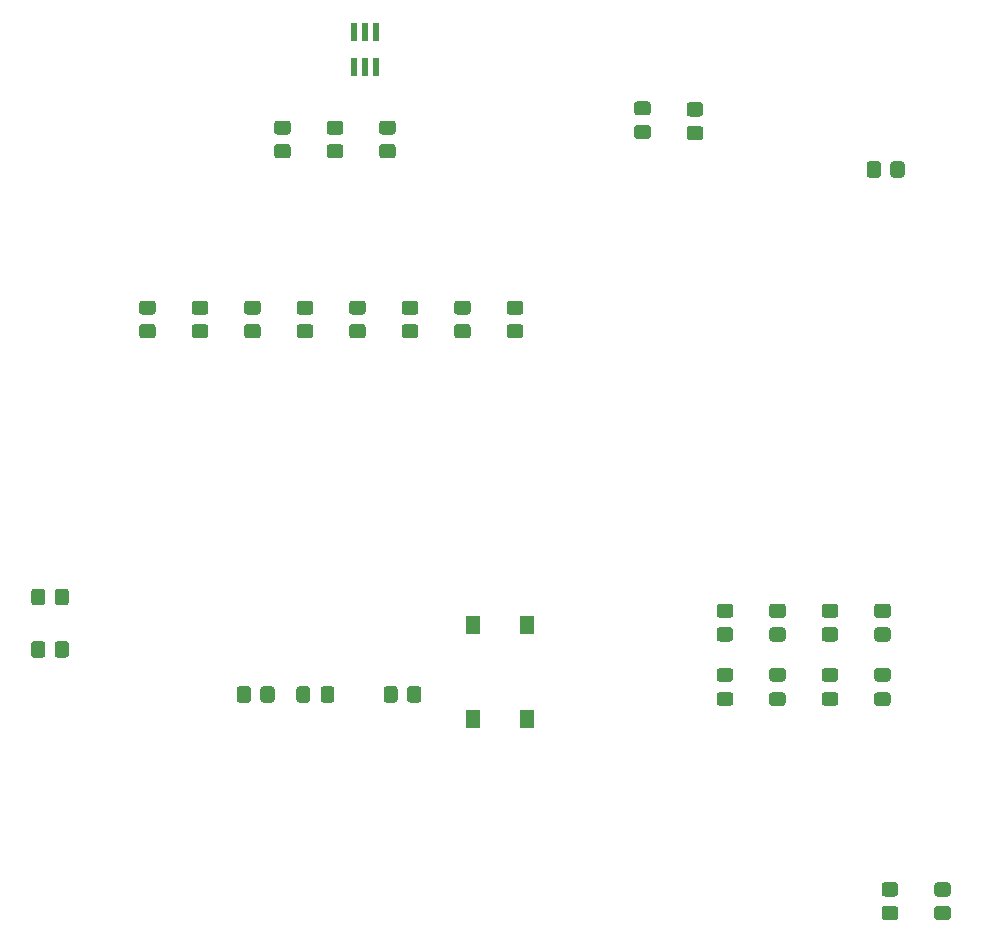
<source format=gbr>
%TF.GenerationSoftware,KiCad,Pcbnew,(5.1.10)-1*%
%TF.CreationDate,2021-11-04T11:59:55+01:00*%
%TF.ProjectId,2DMega,32444d65-6761-42e6-9b69-6361645f7063,rev?*%
%TF.SameCoordinates,Original*%
%TF.FileFunction,Paste,Top*%
%TF.FilePolarity,Positive*%
%FSLAX46Y46*%
G04 Gerber Fmt 4.6, Leading zero omitted, Abs format (unit mm)*
G04 Created by KiCad (PCBNEW (5.1.10)-1) date 2021-11-04 11:59:55*
%MOMM*%
%LPD*%
G01*
G04 APERTURE LIST*
%ADD10R,0.500000X1.600000*%
%ADD11R,1.300000X1.550000*%
G04 APERTURE END LIST*
%TO.C,D1*%
G36*
G01*
X138980000Y-110940001D02*
X138980000Y-110039999D01*
G75*
G02*
X139229999Y-109790000I249999J0D01*
G01*
X139880001Y-109790000D01*
G75*
G02*
X140130000Y-110039999I0J-249999D01*
G01*
X140130000Y-110940001D01*
G75*
G02*
X139880001Y-111190000I-249999J0D01*
G01*
X139229999Y-111190000D01*
G75*
G02*
X138980000Y-110940001I0J249999D01*
G01*
G37*
G36*
G01*
X141030000Y-110940001D02*
X141030000Y-110039999D01*
G75*
G02*
X141279999Y-109790000I249999J0D01*
G01*
X141930001Y-109790000D01*
G75*
G02*
X142180000Y-110039999I0J-249999D01*
G01*
X142180000Y-110940001D01*
G75*
G02*
X141930001Y-111190000I-249999J0D01*
G01*
X141279999Y-111190000D01*
G75*
G02*
X141030000Y-110940001I0J249999D01*
G01*
G37*
%TD*%
%TO.C,D2*%
G36*
G01*
X174809999Y-108255000D02*
X175710001Y-108255000D01*
G75*
G02*
X175960000Y-108504999I0J-249999D01*
G01*
X175960000Y-109155001D01*
G75*
G02*
X175710001Y-109405000I-249999J0D01*
G01*
X174809999Y-109405000D01*
G75*
G02*
X174560000Y-109155001I0J249999D01*
G01*
X174560000Y-108504999D01*
G75*
G02*
X174809999Y-108255000I249999J0D01*
G01*
G37*
G36*
G01*
X174809999Y-110305000D02*
X175710001Y-110305000D01*
G75*
G02*
X175960000Y-110554999I0J-249999D01*
G01*
X175960000Y-111205001D01*
G75*
G02*
X175710001Y-111455000I-249999J0D01*
G01*
X174809999Y-111455000D01*
G75*
G02*
X174560000Y-111205001I0J249999D01*
G01*
X174560000Y-110554999D01*
G75*
G02*
X174809999Y-110305000I249999J0D01*
G01*
G37*
%TD*%
%TO.C,D3*%
G36*
G01*
X179254999Y-110305000D02*
X180155001Y-110305000D01*
G75*
G02*
X180405000Y-110554999I0J-249999D01*
G01*
X180405000Y-111205001D01*
G75*
G02*
X180155001Y-111455000I-249999J0D01*
G01*
X179254999Y-111455000D01*
G75*
G02*
X179005000Y-111205001I0J249999D01*
G01*
X179005000Y-110554999D01*
G75*
G02*
X179254999Y-110305000I249999J0D01*
G01*
G37*
G36*
G01*
X179254999Y-108255000D02*
X180155001Y-108255000D01*
G75*
G02*
X180405000Y-108504999I0J-249999D01*
G01*
X180405000Y-109155001D01*
G75*
G02*
X180155001Y-109405000I-249999J0D01*
G01*
X179254999Y-109405000D01*
G75*
G02*
X179005000Y-109155001I0J249999D01*
G01*
X179005000Y-108504999D01*
G75*
G02*
X179254999Y-108255000I249999J0D01*
G01*
G37*
%TD*%
%TO.C,D5*%
G36*
G01*
X183699999Y-108255000D02*
X184600001Y-108255000D01*
G75*
G02*
X184850000Y-108504999I0J-249999D01*
G01*
X184850000Y-109155001D01*
G75*
G02*
X184600001Y-109405000I-249999J0D01*
G01*
X183699999Y-109405000D01*
G75*
G02*
X183450000Y-109155001I0J249999D01*
G01*
X183450000Y-108504999D01*
G75*
G02*
X183699999Y-108255000I249999J0D01*
G01*
G37*
G36*
G01*
X183699999Y-110305000D02*
X184600001Y-110305000D01*
G75*
G02*
X184850000Y-110554999I0J-249999D01*
G01*
X184850000Y-111205001D01*
G75*
G02*
X184600001Y-111455000I-249999J0D01*
G01*
X183699999Y-111455000D01*
G75*
G02*
X183450000Y-111205001I0J249999D01*
G01*
X183450000Y-110554999D01*
G75*
G02*
X183699999Y-110305000I249999J0D01*
G01*
G37*
%TD*%
%TO.C,D6*%
G36*
G01*
X188144999Y-110305000D02*
X189045001Y-110305000D01*
G75*
G02*
X189295000Y-110554999I0J-249999D01*
G01*
X189295000Y-111205001D01*
G75*
G02*
X189045001Y-111455000I-249999J0D01*
G01*
X188144999Y-111455000D01*
G75*
G02*
X187895000Y-111205001I0J249999D01*
G01*
X187895000Y-110554999D01*
G75*
G02*
X188144999Y-110305000I249999J0D01*
G01*
G37*
G36*
G01*
X188144999Y-108255000D02*
X189045001Y-108255000D01*
G75*
G02*
X189295000Y-108504999I0J-249999D01*
G01*
X189295000Y-109155001D01*
G75*
G02*
X189045001Y-109405000I-249999J0D01*
G01*
X188144999Y-109405000D01*
G75*
G02*
X187895000Y-109155001I0J249999D01*
G01*
X187895000Y-108504999D01*
G75*
G02*
X188144999Y-108255000I249999J0D01*
G01*
G37*
%TD*%
%TO.C,R1*%
G36*
G01*
X131260001Y-78340000D02*
X130359999Y-78340000D01*
G75*
G02*
X130110000Y-78090001I0J249999D01*
G01*
X130110000Y-77389999D01*
G75*
G02*
X130359999Y-77140000I249999J0D01*
G01*
X131260001Y-77140000D01*
G75*
G02*
X131510000Y-77389999I0J-249999D01*
G01*
X131510000Y-78090001D01*
G75*
G02*
X131260001Y-78340000I-249999J0D01*
G01*
G37*
G36*
G01*
X131260001Y-80340000D02*
X130359999Y-80340000D01*
G75*
G02*
X130110000Y-80090001I0J249999D01*
G01*
X130110000Y-79389999D01*
G75*
G02*
X130359999Y-79140000I249999J0D01*
G01*
X131260001Y-79140000D01*
G75*
G02*
X131510000Y-79389999I0J-249999D01*
G01*
X131510000Y-80090001D01*
G75*
G02*
X131260001Y-80340000I-249999J0D01*
G01*
G37*
%TD*%
%TO.C,R2*%
G36*
G01*
X135125000Y-110039999D02*
X135125000Y-110940001D01*
G75*
G02*
X134875001Y-111190000I-249999J0D01*
G01*
X134174999Y-111190000D01*
G75*
G02*
X133925000Y-110940001I0J249999D01*
G01*
X133925000Y-110039999D01*
G75*
G02*
X134174999Y-109790000I249999J0D01*
G01*
X134875001Y-109790000D01*
G75*
G02*
X135125000Y-110039999I0J-249999D01*
G01*
G37*
G36*
G01*
X137125000Y-110039999D02*
X137125000Y-110940001D01*
G75*
G02*
X136875001Y-111190000I-249999J0D01*
G01*
X136174999Y-111190000D01*
G75*
G02*
X135925000Y-110940001I0J249999D01*
G01*
X135925000Y-110039999D01*
G75*
G02*
X136174999Y-109790000I249999J0D01*
G01*
X136875001Y-109790000D01*
G75*
G02*
X137125000Y-110039999I0J-249999D01*
G01*
G37*
%TD*%
%TO.C,R3*%
G36*
G01*
X126815001Y-80340000D02*
X125914999Y-80340000D01*
G75*
G02*
X125665000Y-80090001I0J249999D01*
G01*
X125665000Y-79389999D01*
G75*
G02*
X125914999Y-79140000I249999J0D01*
G01*
X126815001Y-79140000D01*
G75*
G02*
X127065000Y-79389999I0J-249999D01*
G01*
X127065000Y-80090001D01*
G75*
G02*
X126815001Y-80340000I-249999J0D01*
G01*
G37*
G36*
G01*
X126815001Y-78340000D02*
X125914999Y-78340000D01*
G75*
G02*
X125665000Y-78090001I0J249999D01*
G01*
X125665000Y-77389999D01*
G75*
G02*
X125914999Y-77140000I249999J0D01*
G01*
X126815001Y-77140000D01*
G75*
G02*
X127065000Y-77389999I0J-249999D01*
G01*
X127065000Y-78090001D01*
G75*
G02*
X126815001Y-78340000I-249999J0D01*
G01*
G37*
%TD*%
%TO.C,R4*%
G36*
G01*
X175710001Y-106010000D02*
X174809999Y-106010000D01*
G75*
G02*
X174560000Y-105760001I0J249999D01*
G01*
X174560000Y-105059999D01*
G75*
G02*
X174809999Y-104810000I249999J0D01*
G01*
X175710001Y-104810000D01*
G75*
G02*
X175960000Y-105059999I0J-249999D01*
G01*
X175960000Y-105760001D01*
G75*
G02*
X175710001Y-106010000I-249999J0D01*
G01*
G37*
G36*
G01*
X175710001Y-104010000D02*
X174809999Y-104010000D01*
G75*
G02*
X174560000Y-103760001I0J249999D01*
G01*
X174560000Y-103059999D01*
G75*
G02*
X174809999Y-102810000I249999J0D01*
G01*
X175710001Y-102810000D01*
G75*
G02*
X175960000Y-103059999I0J-249999D01*
G01*
X175960000Y-103760001D01*
G75*
G02*
X175710001Y-104010000I-249999J0D01*
G01*
G37*
%TD*%
%TO.C,R5*%
G36*
G01*
X153485001Y-78340000D02*
X152584999Y-78340000D01*
G75*
G02*
X152335000Y-78090001I0J249999D01*
G01*
X152335000Y-77389999D01*
G75*
G02*
X152584999Y-77140000I249999J0D01*
G01*
X153485001Y-77140000D01*
G75*
G02*
X153735000Y-77389999I0J-249999D01*
G01*
X153735000Y-78090001D01*
G75*
G02*
X153485001Y-78340000I-249999J0D01*
G01*
G37*
G36*
G01*
X153485001Y-80340000D02*
X152584999Y-80340000D01*
G75*
G02*
X152335000Y-80090001I0J249999D01*
G01*
X152335000Y-79389999D01*
G75*
G02*
X152584999Y-79140000I249999J0D01*
G01*
X153485001Y-79140000D01*
G75*
G02*
X153735000Y-79389999I0J-249999D01*
G01*
X153735000Y-80090001D01*
G75*
G02*
X153485001Y-80340000I-249999J0D01*
G01*
G37*
%TD*%
%TO.C,R6*%
G36*
G01*
X157930001Y-80340000D02*
X157029999Y-80340000D01*
G75*
G02*
X156780000Y-80090001I0J249999D01*
G01*
X156780000Y-79389999D01*
G75*
G02*
X157029999Y-79140000I249999J0D01*
G01*
X157930001Y-79140000D01*
G75*
G02*
X158180000Y-79389999I0J-249999D01*
G01*
X158180000Y-80090001D01*
G75*
G02*
X157930001Y-80340000I-249999J0D01*
G01*
G37*
G36*
G01*
X157930001Y-78340000D02*
X157029999Y-78340000D01*
G75*
G02*
X156780000Y-78090001I0J249999D01*
G01*
X156780000Y-77389999D01*
G75*
G02*
X157029999Y-77140000I249999J0D01*
G01*
X157930001Y-77140000D01*
G75*
G02*
X158180000Y-77389999I0J-249999D01*
G01*
X158180000Y-78090001D01*
G75*
G02*
X157930001Y-78340000I-249999J0D01*
G01*
G37*
%TD*%
%TO.C,R7*%
G36*
G01*
X149040001Y-80340000D02*
X148139999Y-80340000D01*
G75*
G02*
X147890000Y-80090001I0J249999D01*
G01*
X147890000Y-79389999D01*
G75*
G02*
X148139999Y-79140000I249999J0D01*
G01*
X149040001Y-79140000D01*
G75*
G02*
X149290000Y-79389999I0J-249999D01*
G01*
X149290000Y-80090001D01*
G75*
G02*
X149040001Y-80340000I-249999J0D01*
G01*
G37*
G36*
G01*
X149040001Y-78340000D02*
X148139999Y-78340000D01*
G75*
G02*
X147890000Y-78090001I0J249999D01*
G01*
X147890000Y-77389999D01*
G75*
G02*
X148139999Y-77140000I249999J0D01*
G01*
X149040001Y-77140000D01*
G75*
G02*
X149290000Y-77389999I0J-249999D01*
G01*
X149290000Y-78090001D01*
G75*
G02*
X149040001Y-78340000I-249999J0D01*
G01*
G37*
%TD*%
%TO.C,R8*%
G36*
G01*
X140150001Y-78340000D02*
X139249999Y-78340000D01*
G75*
G02*
X139000000Y-78090001I0J249999D01*
G01*
X139000000Y-77389999D01*
G75*
G02*
X139249999Y-77140000I249999J0D01*
G01*
X140150001Y-77140000D01*
G75*
G02*
X140400000Y-77389999I0J-249999D01*
G01*
X140400000Y-78090001D01*
G75*
G02*
X140150001Y-78340000I-249999J0D01*
G01*
G37*
G36*
G01*
X140150001Y-80340000D02*
X139249999Y-80340000D01*
G75*
G02*
X139000000Y-80090001I0J249999D01*
G01*
X139000000Y-79389999D01*
G75*
G02*
X139249999Y-79140000I249999J0D01*
G01*
X140150001Y-79140000D01*
G75*
G02*
X140400000Y-79389999I0J-249999D01*
G01*
X140400000Y-80090001D01*
G75*
G02*
X140150001Y-80340000I-249999J0D01*
G01*
G37*
%TD*%
%TO.C,R9*%
G36*
G01*
X180155001Y-104010000D02*
X179254999Y-104010000D01*
G75*
G02*
X179005000Y-103760001I0J249999D01*
G01*
X179005000Y-103059999D01*
G75*
G02*
X179254999Y-102810000I249999J0D01*
G01*
X180155001Y-102810000D01*
G75*
G02*
X180405000Y-103059999I0J-249999D01*
G01*
X180405000Y-103760001D01*
G75*
G02*
X180155001Y-104010000I-249999J0D01*
G01*
G37*
G36*
G01*
X180155001Y-106010000D02*
X179254999Y-106010000D01*
G75*
G02*
X179005000Y-105760001I0J249999D01*
G01*
X179005000Y-105059999D01*
G75*
G02*
X179254999Y-104810000I249999J0D01*
G01*
X180155001Y-104810000D01*
G75*
G02*
X180405000Y-105059999I0J-249999D01*
G01*
X180405000Y-105760001D01*
G75*
G02*
X180155001Y-106010000I-249999J0D01*
G01*
G37*
%TD*%
%TO.C,R10*%
G36*
G01*
X144595001Y-80340000D02*
X143694999Y-80340000D01*
G75*
G02*
X143445000Y-80090001I0J249999D01*
G01*
X143445000Y-79389999D01*
G75*
G02*
X143694999Y-79140000I249999J0D01*
G01*
X144595001Y-79140000D01*
G75*
G02*
X144845000Y-79389999I0J-249999D01*
G01*
X144845000Y-80090001D01*
G75*
G02*
X144595001Y-80340000I-249999J0D01*
G01*
G37*
G36*
G01*
X144595001Y-78340000D02*
X143694999Y-78340000D01*
G75*
G02*
X143445000Y-78090001I0J249999D01*
G01*
X143445000Y-77389999D01*
G75*
G02*
X143694999Y-77140000I249999J0D01*
G01*
X144595001Y-77140000D01*
G75*
G02*
X144845000Y-77389999I0J-249999D01*
G01*
X144845000Y-78090001D01*
G75*
G02*
X144595001Y-78340000I-249999J0D01*
G01*
G37*
%TD*%
%TO.C,R11*%
G36*
G01*
X135705001Y-80340000D02*
X134804999Y-80340000D01*
G75*
G02*
X134555000Y-80090001I0J249999D01*
G01*
X134555000Y-79389999D01*
G75*
G02*
X134804999Y-79140000I249999J0D01*
G01*
X135705001Y-79140000D01*
G75*
G02*
X135955000Y-79389999I0J-249999D01*
G01*
X135955000Y-80090001D01*
G75*
G02*
X135705001Y-80340000I-249999J0D01*
G01*
G37*
G36*
G01*
X135705001Y-78340000D02*
X134804999Y-78340000D01*
G75*
G02*
X134555000Y-78090001I0J249999D01*
G01*
X134555000Y-77389999D01*
G75*
G02*
X134804999Y-77140000I249999J0D01*
G01*
X135705001Y-77140000D01*
G75*
G02*
X135955000Y-77389999I0J-249999D01*
G01*
X135955000Y-78090001D01*
G75*
G02*
X135705001Y-78340000I-249999J0D01*
G01*
G37*
%TD*%
%TO.C,R15*%
G36*
G01*
X184600001Y-106010000D02*
X183699999Y-106010000D01*
G75*
G02*
X183450000Y-105760001I0J249999D01*
G01*
X183450000Y-105059999D01*
G75*
G02*
X183699999Y-104810000I249999J0D01*
G01*
X184600001Y-104810000D01*
G75*
G02*
X184850000Y-105059999I0J-249999D01*
G01*
X184850000Y-105760001D01*
G75*
G02*
X184600001Y-106010000I-249999J0D01*
G01*
G37*
G36*
G01*
X184600001Y-104010000D02*
X183699999Y-104010000D01*
G75*
G02*
X183450000Y-103760001I0J249999D01*
G01*
X183450000Y-103059999D01*
G75*
G02*
X183699999Y-102810000I249999J0D01*
G01*
X184600001Y-102810000D01*
G75*
G02*
X184850000Y-103059999I0J-249999D01*
G01*
X184850000Y-103760001D01*
G75*
G02*
X184600001Y-104010000I-249999J0D01*
G01*
G37*
%TD*%
%TO.C,R16*%
G36*
G01*
X189045001Y-104010000D02*
X188144999Y-104010000D01*
G75*
G02*
X187895000Y-103760001I0J249999D01*
G01*
X187895000Y-103059999D01*
G75*
G02*
X188144999Y-102810000I249999J0D01*
G01*
X189045001Y-102810000D01*
G75*
G02*
X189295000Y-103059999I0J-249999D01*
G01*
X189295000Y-103760001D01*
G75*
G02*
X189045001Y-104010000I-249999J0D01*
G01*
G37*
G36*
G01*
X189045001Y-106010000D02*
X188144999Y-106010000D01*
G75*
G02*
X187895000Y-105760001I0J249999D01*
G01*
X187895000Y-105059999D01*
G75*
G02*
X188144999Y-104810000I249999J0D01*
G01*
X189045001Y-104810000D01*
G75*
G02*
X189295000Y-105059999I0J-249999D01*
G01*
X189295000Y-105760001D01*
G75*
G02*
X189045001Y-106010000I-249999J0D01*
G01*
G37*
%TD*%
D10*
%TO.C,D4*%
X145680000Y-57355000D03*
X144780000Y-57355000D03*
X143880000Y-57355000D03*
X143880000Y-54405000D03*
X144780000Y-54405000D03*
X145680000Y-54405000D03*
%TD*%
%TO.C,R12*%
G36*
G01*
X147135001Y-65100000D02*
X146234999Y-65100000D01*
G75*
G02*
X145985000Y-64850001I0J249999D01*
G01*
X145985000Y-64149999D01*
G75*
G02*
X146234999Y-63900000I249999J0D01*
G01*
X147135001Y-63900000D01*
G75*
G02*
X147385000Y-64149999I0J-249999D01*
G01*
X147385000Y-64850001D01*
G75*
G02*
X147135001Y-65100000I-249999J0D01*
G01*
G37*
G36*
G01*
X147135001Y-63100000D02*
X146234999Y-63100000D01*
G75*
G02*
X145985000Y-62850001I0J249999D01*
G01*
X145985000Y-62149999D01*
G75*
G02*
X146234999Y-61900000I249999J0D01*
G01*
X147135001Y-61900000D01*
G75*
G02*
X147385000Y-62149999I0J-249999D01*
G01*
X147385000Y-62850001D01*
G75*
G02*
X147135001Y-63100000I-249999J0D01*
G01*
G37*
%TD*%
%TO.C,R13*%
G36*
G01*
X142690001Y-63100000D02*
X141789999Y-63100000D01*
G75*
G02*
X141540000Y-62850001I0J249999D01*
G01*
X141540000Y-62149999D01*
G75*
G02*
X141789999Y-61900000I249999J0D01*
G01*
X142690001Y-61900000D01*
G75*
G02*
X142940000Y-62149999I0J-249999D01*
G01*
X142940000Y-62850001D01*
G75*
G02*
X142690001Y-63100000I-249999J0D01*
G01*
G37*
G36*
G01*
X142690001Y-65100000D02*
X141789999Y-65100000D01*
G75*
G02*
X141540000Y-64850001I0J249999D01*
G01*
X141540000Y-64149999D01*
G75*
G02*
X141789999Y-63900000I249999J0D01*
G01*
X142690001Y-63900000D01*
G75*
G02*
X142940000Y-64149999I0J-249999D01*
G01*
X142940000Y-64850001D01*
G75*
G02*
X142690001Y-65100000I-249999J0D01*
G01*
G37*
%TD*%
%TO.C,R14*%
G36*
G01*
X138245001Y-65100000D02*
X137344999Y-65100000D01*
G75*
G02*
X137095000Y-64850001I0J249999D01*
G01*
X137095000Y-64149999D01*
G75*
G02*
X137344999Y-63900000I249999J0D01*
G01*
X138245001Y-63900000D01*
G75*
G02*
X138495000Y-64149999I0J-249999D01*
G01*
X138495000Y-64850001D01*
G75*
G02*
X138245001Y-65100000I-249999J0D01*
G01*
G37*
G36*
G01*
X138245001Y-63100000D02*
X137344999Y-63100000D01*
G75*
G02*
X137095000Y-62850001I0J249999D01*
G01*
X137095000Y-62149999D01*
G75*
G02*
X137344999Y-61900000I249999J0D01*
G01*
X138245001Y-61900000D01*
G75*
G02*
X138495000Y-62149999I0J-249999D01*
G01*
X138495000Y-62850001D01*
G75*
G02*
X138245001Y-63100000I-249999J0D01*
G01*
G37*
%TD*%
%TO.C,R19*%
G36*
G01*
X146355000Y-110940001D02*
X146355000Y-110039999D01*
G75*
G02*
X146604999Y-109790000I249999J0D01*
G01*
X147305001Y-109790000D01*
G75*
G02*
X147555000Y-110039999I0J-249999D01*
G01*
X147555000Y-110940001D01*
G75*
G02*
X147305001Y-111190000I-249999J0D01*
G01*
X146604999Y-111190000D01*
G75*
G02*
X146355000Y-110940001I0J249999D01*
G01*
G37*
G36*
G01*
X148355000Y-110940001D02*
X148355000Y-110039999D01*
G75*
G02*
X148604999Y-109790000I249999J0D01*
G01*
X149305001Y-109790000D01*
G75*
G02*
X149555000Y-110039999I0J-249999D01*
G01*
X149555000Y-110940001D01*
G75*
G02*
X149305001Y-111190000I-249999J0D01*
G01*
X148604999Y-111190000D01*
G75*
G02*
X148355000Y-110940001I0J249999D01*
G01*
G37*
%TD*%
D11*
%TO.C,SW1*%
X153960000Y-112560000D03*
X153960000Y-104610000D03*
X158460000Y-112560000D03*
X158460000Y-104610000D03*
%TD*%
%TO.C,R17*%
G36*
G01*
X189680001Y-127600000D02*
X188779999Y-127600000D01*
G75*
G02*
X188530000Y-127350001I0J249999D01*
G01*
X188530000Y-126649999D01*
G75*
G02*
X188779999Y-126400000I249999J0D01*
G01*
X189680001Y-126400000D01*
G75*
G02*
X189930000Y-126649999I0J-249999D01*
G01*
X189930000Y-127350001D01*
G75*
G02*
X189680001Y-127600000I-249999J0D01*
G01*
G37*
G36*
G01*
X189680001Y-129600000D02*
X188779999Y-129600000D01*
G75*
G02*
X188530000Y-129350001I0J249999D01*
G01*
X188530000Y-128649999D01*
G75*
G02*
X188779999Y-128400000I249999J0D01*
G01*
X189680001Y-128400000D01*
G75*
G02*
X189930000Y-128649999I0J-249999D01*
G01*
X189930000Y-129350001D01*
G75*
G02*
X189680001Y-129600000I-249999J0D01*
G01*
G37*
%TD*%
%TO.C,R18*%
G36*
G01*
X193224999Y-126400000D02*
X194125001Y-126400000D01*
G75*
G02*
X194375000Y-126649999I0J-249999D01*
G01*
X194375000Y-127350001D01*
G75*
G02*
X194125001Y-127600000I-249999J0D01*
G01*
X193224999Y-127600000D01*
G75*
G02*
X192975000Y-127350001I0J249999D01*
G01*
X192975000Y-126649999D01*
G75*
G02*
X193224999Y-126400000I249999J0D01*
G01*
G37*
G36*
G01*
X193224999Y-128400000D02*
X194125001Y-128400000D01*
G75*
G02*
X194375000Y-128649999I0J-249999D01*
G01*
X194375000Y-129350001D01*
G75*
G02*
X194125001Y-129600000I-249999J0D01*
G01*
X193224999Y-129600000D01*
G75*
G02*
X192975000Y-129350001I0J249999D01*
G01*
X192975000Y-128649999D01*
G75*
G02*
X193224999Y-128400000I249999J0D01*
G01*
G37*
%TD*%
%TO.C,R20*%
G36*
G01*
X167824999Y-62265000D02*
X168725001Y-62265000D01*
G75*
G02*
X168975000Y-62514999I0J-249999D01*
G01*
X168975000Y-63215001D01*
G75*
G02*
X168725001Y-63465000I-249999J0D01*
G01*
X167824999Y-63465000D01*
G75*
G02*
X167575000Y-63215001I0J249999D01*
G01*
X167575000Y-62514999D01*
G75*
G02*
X167824999Y-62265000I249999J0D01*
G01*
G37*
G36*
G01*
X167824999Y-60265000D02*
X168725001Y-60265000D01*
G75*
G02*
X168975000Y-60514999I0J-249999D01*
G01*
X168975000Y-61215001D01*
G75*
G02*
X168725001Y-61465000I-249999J0D01*
G01*
X167824999Y-61465000D01*
G75*
G02*
X167575000Y-61215001I0J249999D01*
G01*
X167575000Y-60514999D01*
G75*
G02*
X167824999Y-60265000I249999J0D01*
G01*
G37*
%TD*%
%TO.C,R21*%
G36*
G01*
X173170001Y-63560000D02*
X172269999Y-63560000D01*
G75*
G02*
X172020000Y-63310001I0J249999D01*
G01*
X172020000Y-62609999D01*
G75*
G02*
X172269999Y-62360000I249999J0D01*
G01*
X173170001Y-62360000D01*
G75*
G02*
X173420000Y-62609999I0J-249999D01*
G01*
X173420000Y-63310001D01*
G75*
G02*
X173170001Y-63560000I-249999J0D01*
G01*
G37*
G36*
G01*
X173170001Y-61560000D02*
X172269999Y-61560000D01*
G75*
G02*
X172020000Y-61310001I0J249999D01*
G01*
X172020000Y-60609999D01*
G75*
G02*
X172269999Y-60360000I249999J0D01*
G01*
X173170001Y-60360000D01*
G75*
G02*
X173420000Y-60609999I0J-249999D01*
G01*
X173420000Y-61310001D01*
G75*
G02*
X173170001Y-61560000I-249999J0D01*
G01*
G37*
%TD*%
%TO.C,R22*%
G36*
G01*
X118510000Y-102685001D02*
X118510000Y-101784999D01*
G75*
G02*
X118759999Y-101535000I249999J0D01*
G01*
X119460001Y-101535000D01*
G75*
G02*
X119710000Y-101784999I0J-249999D01*
G01*
X119710000Y-102685001D01*
G75*
G02*
X119460001Y-102935000I-249999J0D01*
G01*
X118759999Y-102935000D01*
G75*
G02*
X118510000Y-102685001I0J249999D01*
G01*
G37*
G36*
G01*
X116510000Y-102685001D02*
X116510000Y-101784999D01*
G75*
G02*
X116759999Y-101535000I249999J0D01*
G01*
X117460001Y-101535000D01*
G75*
G02*
X117710000Y-101784999I0J-249999D01*
G01*
X117710000Y-102685001D01*
G75*
G02*
X117460001Y-102935000I-249999J0D01*
G01*
X116759999Y-102935000D01*
G75*
G02*
X116510000Y-102685001I0J249999D01*
G01*
G37*
%TD*%
%TO.C,R23*%
G36*
G01*
X119710000Y-106229999D02*
X119710000Y-107130001D01*
G75*
G02*
X119460001Y-107380000I-249999J0D01*
G01*
X118759999Y-107380000D01*
G75*
G02*
X118510000Y-107130001I0J249999D01*
G01*
X118510000Y-106229999D01*
G75*
G02*
X118759999Y-105980000I249999J0D01*
G01*
X119460001Y-105980000D01*
G75*
G02*
X119710000Y-106229999I0J-249999D01*
G01*
G37*
G36*
G01*
X117710000Y-106229999D02*
X117710000Y-107130001D01*
G75*
G02*
X117460001Y-107380000I-249999J0D01*
G01*
X116759999Y-107380000D01*
G75*
G02*
X116510000Y-107130001I0J249999D01*
G01*
X116510000Y-106229999D01*
G75*
G02*
X116759999Y-105980000I249999J0D01*
G01*
X117460001Y-105980000D01*
G75*
G02*
X117710000Y-106229999I0J-249999D01*
G01*
G37*
%TD*%
%TO.C,R25*%
G36*
G01*
X189265000Y-66490001D02*
X189265000Y-65589999D01*
G75*
G02*
X189514999Y-65340000I249999J0D01*
G01*
X190215001Y-65340000D01*
G75*
G02*
X190465000Y-65589999I0J-249999D01*
G01*
X190465000Y-66490001D01*
G75*
G02*
X190215001Y-66740000I-249999J0D01*
G01*
X189514999Y-66740000D01*
G75*
G02*
X189265000Y-66490001I0J249999D01*
G01*
G37*
G36*
G01*
X187265000Y-66490001D02*
X187265000Y-65589999D01*
G75*
G02*
X187514999Y-65340000I249999J0D01*
G01*
X188215001Y-65340000D01*
G75*
G02*
X188465000Y-65589999I0J-249999D01*
G01*
X188465000Y-66490001D01*
G75*
G02*
X188215001Y-66740000I-249999J0D01*
G01*
X187514999Y-66740000D01*
G75*
G02*
X187265000Y-66490001I0J249999D01*
G01*
G37*
%TD*%
M02*

</source>
